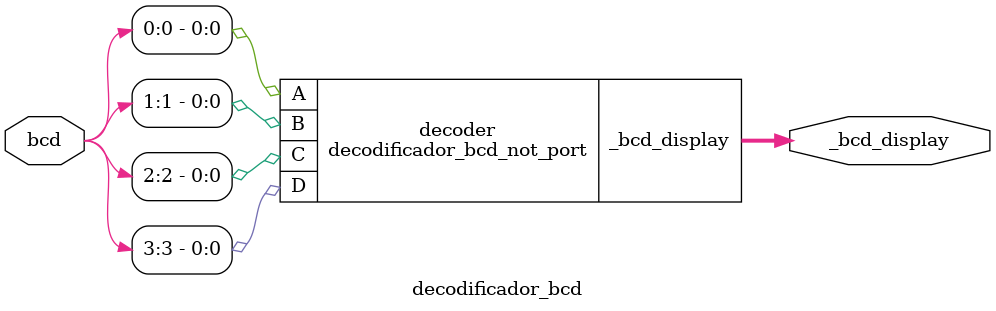
<source format=v>
module decodificador_bcd_not_port(A, B, C, D, _bcd_display);
  input A;
  input B;
  input C;
  input D;
  output [6:0] _bcd_display;

  assign _bcd_display[0] = |{(!C&!A),(C&A),(D),(B&A)};
  assign _bcd_display[1] = |{(!B&!A),(B&A),(!C),(D)};
  assign _bcd_display[2] = |{!B,A,C,D};
  assign _bcd_display[3] = |{C&!B&A,!C&!A,!C&B,B&!A,D&C};
  assign _bcd_display[4] = |{!C&!A,B&!A,D&B,D&C};
  assign _bcd_display[5] = |{!B&!A,C&!B,C&!A,D};
  assign _bcd_display[6] = |{!C&B,C&!B,D,B&!A};
endmodule // decodificador_bcd

module decodificador_bcd(bcd, _bcd_display);
  input [3:0] bcd;
  output [6:0] _bcd_display;

  decodificador_bcd_not_port decoder(bcd[0], bcd[1], bcd[2], bcd[3], _bcd_display);
endmodule // decodificador_bcd

</source>
